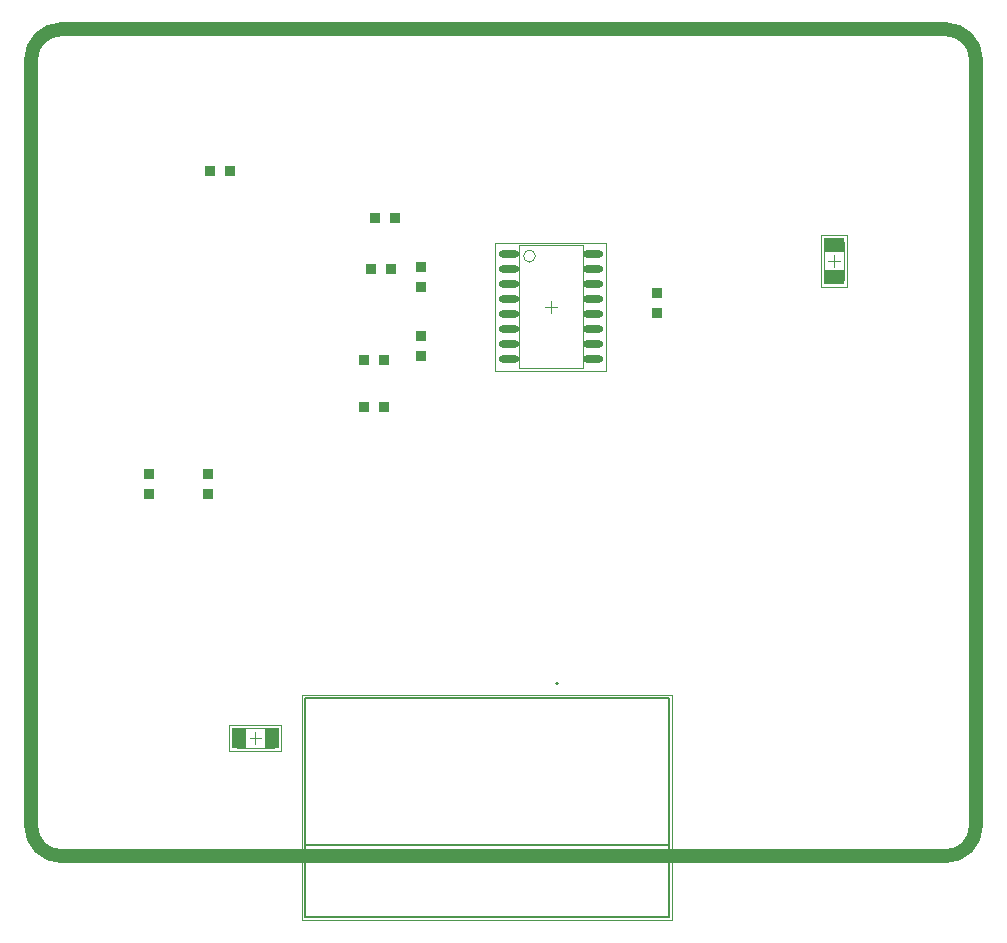
<source format=gtp>
G04*
G04 #@! TF.GenerationSoftware,Altium Limited,Altium Designer,21.3.1 (25)*
G04*
G04 Layer_Color=8421504*
%FSLAX44Y44*%
%MOMM*%
G71*
G04*
G04 #@! TF.SameCoordinates,1E41339B-4A2A-438D-B01A-713DCCC2BB0F*
G04*
G04*
G04 #@! TF.FilePolarity,Positive*
G04*
G01*
G75*
%ADD10C,0.2000*%
%ADD14C,0.1270*%
%ADD17C,1.2000*%
%ADD18C,0.1000*%
%ADD19C,0.0500*%
%ADD20O,1.7500X0.6000*%
%ADD21R,0.9500X0.9500*%
%ADD22R,0.9500X0.9500*%
%ADD23R,1.1500X1.7000*%
%ADD24R,1.7000X1.1500*%
D10*
X446350Y346200D02*
G03*
X446350Y346200I-1000J0D01*
G01*
D14*
X232100Y334200D02*
X540200D01*
X232100Y148200D02*
Y334200D01*
X540200Y148200D02*
Y334200D01*
X232100Y148200D02*
X540200D01*
X232100Y209200D02*
X540200D01*
D17*
X25400Y900000D02*
G03*
X0Y874600I0J-25400D01*
G01*
X800000D02*
G03*
X774600Y900000I-25400J0D01*
G01*
Y200000D02*
G03*
X800000Y225400I0J25400D01*
G01*
X0D02*
G03*
X25400Y200000I25400J0D01*
G01*
X0Y225400D02*
Y874600D01*
X25400Y900000D02*
X774600D01*
X800000Y225400D02*
Y874600D01*
X25400Y200000D02*
X774600D01*
D18*
X427000Y708000D02*
G03*
X427000Y708000I-5000J0D01*
G01*
X413000Y613000D02*
X467000D01*
X413000Y717000D02*
X467000D01*
Y613000D02*
Y717000D01*
X413000Y613000D02*
Y717000D01*
X174000Y308500D02*
X206000D01*
X174000Y291500D02*
X206000D01*
X174000D02*
Y308500D01*
X206000Y291500D02*
Y308500D01*
X671500Y719750D02*
X688500D01*
X671500Y687750D02*
Y719750D01*
X688500Y687750D02*
Y719750D01*
X671500Y687750D02*
X688500D01*
X440000Y660000D02*
Y670000D01*
X435000Y665000D02*
X445000D01*
X190000Y295000D02*
Y305000D01*
X185000Y300000D02*
X195000D01*
X680000Y698750D02*
Y708750D01*
X675000Y703750D02*
X685000D01*
D19*
X229600Y336700D02*
X542700D01*
X229600Y145700D02*
Y336700D01*
X542700Y145700D02*
Y336700D01*
X229600Y145700D02*
X542700D01*
X393000Y610500D02*
X487000D01*
X393000Y719500D02*
X487000D01*
Y610500D02*
Y719500D01*
X393000Y610500D02*
Y719500D01*
X168000Y311000D02*
X212000D01*
X168000Y289000D02*
X212000D01*
X168000D02*
Y311000D01*
X212000Y289000D02*
Y311000D01*
X669000Y681750D02*
X691000D01*
X669000Y725750D02*
X691000D01*
X669000Y681750D02*
Y725750D01*
X691000Y681750D02*
Y725750D01*
D20*
X475750Y620550D02*
D03*
Y633250D02*
D03*
Y645950D02*
D03*
Y658650D02*
D03*
Y671350D02*
D03*
Y684050D02*
D03*
Y696750D02*
D03*
Y709450D02*
D03*
X404250Y620550D02*
D03*
Y633250D02*
D03*
Y645950D02*
D03*
Y658650D02*
D03*
Y671350D02*
D03*
Y684050D02*
D03*
Y696750D02*
D03*
Y709450D02*
D03*
D21*
X298500Y620000D02*
D03*
X281500D02*
D03*
X291500Y740000D02*
D03*
X308500D02*
D03*
X287500Y697500D02*
D03*
X304500D02*
D03*
X281500Y580000D02*
D03*
X298500D02*
D03*
X151500Y780000D02*
D03*
X168500D02*
D03*
D22*
X100000Y523500D02*
D03*
Y506500D02*
D03*
X150000Y523500D02*
D03*
Y506500D02*
D03*
X330000Y698500D02*
D03*
Y681500D02*
D03*
Y640000D02*
D03*
Y623000D02*
D03*
X530000Y660000D02*
D03*
Y677000D02*
D03*
D23*
X176250Y300000D02*
D03*
X203750D02*
D03*
D24*
X680000Y690000D02*
D03*
Y717500D02*
D03*
M02*

</source>
